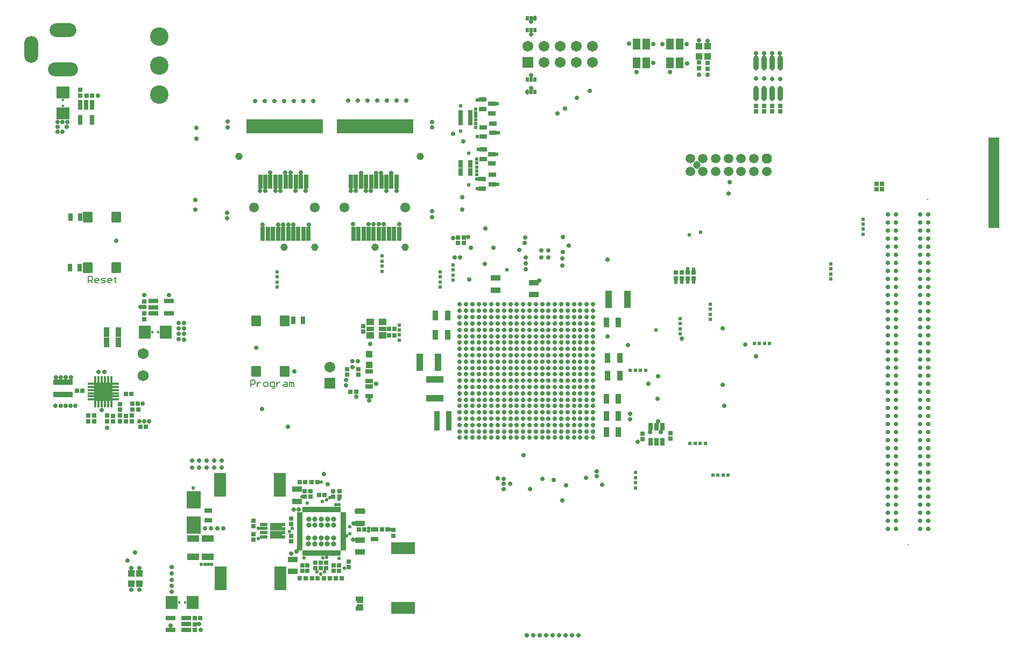
<source format=gbr>
G04 Layer_Color=8388736*
%FSLAX45Y45*%
%MOMM*%
%TF.FileFunction,Soldermask,Top*%
%TF.Part,Single*%
G01*
G75*
%TA.AperFunction,ComponentPad*%
%ADD87C,1.55000*%
%TA.AperFunction,ViaPad*%
%ADD104C,0.71120*%
%TA.AperFunction,NonConductor*%
%ADD132C,0.20320*%
%ADD133R,1.77800X14.24940*%
%TA.AperFunction,BGAPad,CuDef*%
%ADD134C,0.70320*%
%ADD135C,0.73660*%
%TA.AperFunction,SMDPad,CuDef*%
%ADD136R,1.20320X0.80320*%
%ADD137R,0.80320X1.20320*%
%ADD138R,0.62320X0.80320*%
%ADD139O,0.62320X0.80320*%
%ADD140R,0.80320X0.75320*%
%ADD141R,0.80320X1.30320*%
%ADD142R,0.75320X0.80320*%
%ADD143R,1.00320X1.00320*%
G04:AMPARAMS|DCode=144|XSize=1.7532mm|YSize=1.5032mm|CornerRadius=0.1991mm|HoleSize=0mm|Usage=FLASHONLY|Rotation=90.000|XOffset=0mm|YOffset=0mm|HoleType=Round|Shape=RoundedRectangle|*
%AMROUNDEDRECTD144*
21,1,1.75320,1.10500,0,0,90.0*
21,1,1.35500,1.50320,0,0,90.0*
1,1,0.39820,0.55250,0.67750*
1,1,0.39820,0.55250,-0.67750*
1,1,0.39820,-0.55250,-0.67750*
1,1,0.39820,-0.55250,0.67750*
%
%ADD144ROUNDEDRECTD144*%
%ADD145R,0.90320X1.50320*%
%ADD146R,0.70320X2.20320*%
%ADD147R,1.10320X2.80320*%
%ADD148R,1.30320X1.70320*%
%ADD149R,1.20320X1.10320*%
%ADD150R,1.20320X0.70320*%
%ADD151R,1.50320X0.90320*%
%ADD152R,1.90320X1.10320*%
%ADD153R,0.96320X0.60820*%
%ADD154R,1.19320X0.60820*%
%ADD155R,1.92820X1.19320*%
%ADD156O,0.80320X2.40320*%
%ADD157R,3.76320X1.98320*%
%ADD158R,2.20320X2.70320*%
%ADD159R,1.98320X3.76320*%
%ADD160R,2.80320X1.10320*%
%TA.AperFunction,SMDPad,SMDef*%
%ADD161R,0.03740X0.03740*%
%TA.AperFunction,SMDPad,CuDef*%
%ADD162R,0.50320X0.95800*%
%ADD163R,0.95800X0.50320*%
%ADD164R,1.50320X0.75320*%
%ADD165R,1.90320X2.00320*%
%ADD166R,0.45720X0.45720*%
%ADD167R,2.00320X1.90320*%
%ADD168R,0.45720X0.45720*%
%ADD169R,0.75320X1.50320*%
%ADD170R,1.00800X0.45320*%
%ADD171R,0.45320X1.00800*%
%ADD172R,2.90320X1.70320*%
%ADD173R,2.90320X1.25320*%
%TA.AperFunction,ConnectorPad*%
%ADD174R,12.00320X2.20320*%
%TA.AperFunction,ComponentPad*%
%ADD175C,1.20320*%
%ADD176C,1.50320*%
G04:AMPARAMS|DCode=177|XSize=1.5032mm|YSize=1.5032mm|CornerRadius=0mm|HoleSize=0mm|Usage=FLASHONLY|Rotation=180.000|XOffset=0mm|YOffset=0mm|HoleType=Round|Shape=Octagon|*
%AMOCTAGOND177*
4,1,8,-0.75160,0.37580,-0.75160,-0.37580,-0.37580,-0.75160,0.37580,-0.75160,0.75160,-0.37580,0.75160,0.37580,0.37580,0.75160,-0.37580,0.75160,-0.75160,0.37580,0.0*
%
%ADD177OCTAGOND177*%

%ADD178C,1.70320*%
%ADD179C,1.70320*%
%TA.AperFunction,SMDPad,CuDef*%
%ADD180O,2.20320X4.20320*%
%ADD181O,4.20320X2.20320*%
%ADD182O,4.70320X2.20320*%
%TA.AperFunction,ComponentPad*%
%ADD183R,1.70320X1.70320*%
%ADD184C,0.20320*%
%ADD185R,1.70320X1.70320*%
%ADD186C,2.90320*%
%ADD187C,1.72720*%
%ADD188C,1.15320*%
%TA.AperFunction,ViaPad*%
%ADD189C,0.60960*%
%ADD190C,0.58420*%
%ADD191C,0.83820*%
%ADD192C,0.70320*%
D87*
X5657320Y10673839D02*
D03*
X6617320D02*
D03*
X7082320Y10673840D02*
D03*
X8042320D02*
D03*
D104*
X7584440Y7901940D02*
D03*
X5914460Y11226058D02*
D03*
X6154460D02*
D03*
X6234140D02*
D03*
X6394160D02*
D03*
X6314460Y10942320D02*
D03*
X6074460D02*
D03*
X7340620Y11220978D02*
D03*
X7580620D02*
D03*
X7660620D02*
D03*
X7820320D02*
D03*
X7740620Y10937240D02*
D03*
X7500620D02*
D03*
X10000000Y6240000D02*
D03*
X11221720Y8646160D02*
D03*
X10942320Y12514580D02*
D03*
X10741660Y12409170D02*
D03*
X10556240Y12237720D02*
D03*
X10434320Y12156440D02*
D03*
X6819986Y6319987D02*
D03*
X3870000Y9110000D02*
D03*
X7270000Y7700000D02*
D03*
X7470000Y7640000D02*
D03*
X13560001Y8330000D02*
D03*
X13389999Y8520000D02*
D03*
X11220000Y9860000D02*
D03*
X9030000Y10210000D02*
D03*
X10880000Y6420000D02*
D03*
X4010000Y7310000D02*
D03*
X3930000D02*
D03*
X3860000D02*
D03*
X3490000Y10150000D02*
D03*
X4750000Y11760000D02*
D03*
Y11930000D02*
D03*
X4740000Y10800000D02*
D03*
Y10640000D02*
D03*
X8790000Y11840000D02*
D03*
X8950000Y11720000D02*
D03*
X8940000Y10840000D02*
D03*
Y10640000D02*
D03*
X13130000Y10900000D02*
D03*
X13139999Y11080000D02*
D03*
X5690000Y8470000D02*
D03*
X3790000Y5240000D02*
D03*
X7487920Y8526780D02*
D03*
X12203360Y12807880D02*
D03*
X11677580Y12810420D02*
D03*
X12799060Y13304520D02*
D03*
X12664440Y13309599D02*
D03*
X8796020Y10198100D02*
D03*
X9301480Y10350500D02*
D03*
X11544300Y8514080D02*
D03*
X5788660Y7500620D02*
D03*
X3284220Y7716260D02*
D03*
X3286760Y7861040D02*
D03*
X3304540Y8089640D02*
D03*
X3375660Y7718800D02*
D03*
Y7861040D02*
D03*
X3210560Y8087100D02*
D03*
X3348240Y7205980D02*
D03*
X6192520Y7221220D02*
D03*
X6756400Y6474460D02*
D03*
X6290320Y8096260D02*
D03*
X10761980Y3939540D02*
D03*
X10457180D02*
D03*
X9949180D02*
D03*
X10660380D02*
D03*
X10558780D02*
D03*
X10355580D02*
D03*
X10152380D02*
D03*
X10050780D02*
D03*
X10253980D02*
D03*
X3671520Y5116880D02*
D03*
X3858260Y4654600D02*
D03*
X3726180Y4657140D02*
D03*
X7297420Y8257540D02*
D03*
X7211060Y8163560D02*
D03*
Y8257540D02*
D03*
X7104380Y7960360D02*
D03*
Y7871460D02*
D03*
X5240020Y10510520D02*
D03*
X4817860Y4023880D02*
D03*
X3934460Y9298940D02*
D03*
X3205740Y12438120D02*
D03*
X3261360Y7487920D02*
D03*
X8458200Y10525760D02*
D03*
Y10614660D02*
D03*
X8463280Y11943080D02*
D03*
Y12026900D02*
D03*
X5242560Y11940540D02*
D03*
Y12029440D02*
D03*
X5240020Y10591800D02*
D03*
X7137400Y12359640D02*
D03*
X7289800D02*
D03*
X7442200D02*
D03*
X7594600D02*
D03*
X7747000D02*
D03*
X7899400D02*
D03*
X8051800D02*
D03*
X6588760Y12357100D02*
D03*
X6436360D02*
D03*
X6283960D02*
D03*
X6131560D02*
D03*
X5979160D02*
D03*
X5826760D02*
D03*
X5674360D02*
D03*
X6198820Y10408920D02*
D03*
X5798820D02*
D03*
X6038820D02*
D03*
X7221220Y10414000D02*
D03*
X7462780D02*
D03*
X5994460Y10942320D02*
D03*
X7420620Y10937240D02*
D03*
X7260620D02*
D03*
X7900620D02*
D03*
X7180620D02*
D03*
X5834460Y10942320D02*
D03*
X5754460D02*
D03*
X7941220Y10414000D02*
D03*
X7701220D02*
D03*
X7621220D02*
D03*
X7541220Y10413999D02*
D03*
X6518820Y10408920D02*
D03*
X6278820D02*
D03*
X6118820D02*
D03*
X13931900Y13103860D02*
D03*
X13809979D02*
D03*
X13682980D02*
D03*
X13558521D02*
D03*
X3726180Y5000040D02*
D03*
X3858260Y4994960D02*
D03*
X12471400Y12948920D02*
D03*
X12082780Y13248640D02*
D03*
X12463780Y13251180D02*
D03*
X11938000Y12951460D02*
D03*
Y13248640D02*
D03*
X11564620Y13258800D02*
D03*
X12390120Y8610600D02*
D03*
X9898380Y6774180D02*
D03*
X11049000Y6518660D02*
D03*
X10195560Y6403340D02*
D03*
X9588500Y6400800D02*
D03*
X9491980Y6413500D02*
D03*
X11861800Y7899400D02*
D03*
X13032739Y7881620D02*
D03*
Y8775700D02*
D03*
X9588500Y6241580D02*
D03*
Y6322060D02*
D03*
X8906040Y9887420D02*
D03*
X3197860Y7858500D02*
D03*
X3200400Y7716260D02*
D03*
X3909060Y7584180D02*
D03*
X2567940Y12024100D02*
D03*
X2646680Y12026640D02*
D03*
X2722880D02*
D03*
X2567940Y11947900D02*
D03*
X2710000Y11950000D02*
D03*
X2565400Y11871700D02*
D03*
X2649220Y11874240D02*
D03*
X4318620Y9295520D02*
D03*
X2537460Y7553700D02*
D03*
X2618740D02*
D03*
X2697480D02*
D03*
X2773680D02*
D03*
X2849880D02*
D03*
X2542540Y8005820D02*
D03*
X2616200D02*
D03*
X2697480Y8003280D02*
D03*
X2778760Y8000740D02*
D03*
X4686300Y6581140D02*
D03*
X4795520D02*
D03*
X4912360D02*
D03*
X5029200D02*
D03*
X5151120D02*
D03*
Y6690360D02*
D03*
X5029200D02*
D03*
X4912360D02*
D03*
X4795520D02*
D03*
X4686300D02*
D03*
X4889500Y5621020D02*
D03*
X4986020Y5623560D02*
D03*
X5080000Y5621020D02*
D03*
X5179060Y5623560D02*
D03*
X4363720Y4620260D02*
D03*
Y4716780D02*
D03*
Y4810760D02*
D03*
Y4912360D02*
D03*
Y5016500D02*
D03*
X4349780Y4088100D02*
D03*
X4799800Y4119080D02*
D03*
X6289040Y5923280D02*
D03*
X6365240D02*
D03*
X6245860Y5222240D02*
D03*
X6327140Y5257800D02*
D03*
X7221220Y5443220D02*
D03*
X7223760Y5702000D02*
D03*
X10518140Y9974580D02*
D03*
X10515600Y10208260D02*
D03*
X9926320Y10205720D02*
D03*
X9918700Y10116820D02*
D03*
X9936480Y9888220D02*
D03*
Y9702800D02*
D03*
X9834880Y10005060D02*
D03*
X10614660Y10073640D02*
D03*
X8816340Y9888220D02*
D03*
X9290000Y9790000D02*
D03*
X9070000Y10040000D02*
D03*
X9430000D02*
D03*
X9690100Y6327140D02*
D03*
X10375900Y6388100D02*
D03*
X11140440Y6306820D02*
D03*
X10568940Y6301740D02*
D03*
X10507980Y6065520D02*
D03*
X10020759Y12758420D02*
D03*
X10020300Y13403580D02*
D03*
X10018219Y12555220D02*
D03*
X10020300Y13606779D02*
D03*
X10147300Y9530080D02*
D03*
X12021820Y8018780D02*
D03*
X12664440Y12768580D02*
D03*
X12796520Y12766040D02*
D03*
X4559300Y8597640D02*
D03*
Y8686540D02*
D03*
X4561840Y8854180D02*
D03*
X4559300Y8775440D02*
D03*
X4475480Y8600180D02*
D03*
Y8689080D02*
D03*
X4478020Y8854180D02*
D03*
Y8775440D02*
D03*
X6474460Y10942320D02*
D03*
X10513060Y9872980D02*
D03*
X10510520Y9761220D02*
D03*
X9936480Y9799320D02*
D03*
X13936980Y12705080D02*
D03*
X13809979Y12697460D02*
D03*
X13682980Y12710160D02*
D03*
X13555980D02*
D03*
X13056799Y7553640D02*
D03*
X12014200Y7305800D02*
D03*
X12010000Y7660000D02*
D03*
X12060000Y7140000D02*
D03*
X11890000D02*
D03*
X11049000Y6446520D02*
D03*
X11580000Y7340000D02*
D03*
Y7430000D02*
D03*
X9050000Y9540000D02*
D03*
X11700000Y6990000D02*
D03*
D132*
X3053080Y9489440D02*
Y9591007D01*
X3103863D01*
X3120791Y9574079D01*
Y9540223D01*
X3103863Y9523296D01*
X3053080D01*
X3086936D02*
X3120791Y9489440D01*
X3205431D02*
X3171575D01*
X3154647Y9506368D01*
Y9540223D01*
X3171575Y9557151D01*
X3205431D01*
X3222359Y9540223D01*
Y9523296D01*
X3154647D01*
X3256214Y9489440D02*
X3306998D01*
X3323926Y9506368D01*
X3306998Y9523296D01*
X3273142D01*
X3256214Y9540223D01*
X3273142Y9557151D01*
X3323926D01*
X3408565Y9489440D02*
X3374710D01*
X3357782Y9506368D01*
Y9540223D01*
X3374710Y9557151D01*
X3408565D01*
X3425493Y9540223D01*
Y9523296D01*
X3357782D01*
X3476277Y9574079D02*
Y9557151D01*
X3459349D01*
X3493205D01*
X3476277D01*
Y9506368D01*
X3493205Y9489440D01*
X5608320Y7861300D02*
Y7962867D01*
X5659103D01*
X5676031Y7945939D01*
Y7912083D01*
X5659103Y7895156D01*
X5608320D01*
X5709887Y7929011D02*
Y7861300D01*
Y7895156D01*
X5726815Y7912083D01*
X5743743Y7929011D01*
X5760671D01*
X5828382Y7861300D02*
X5862238D01*
X5879166Y7878228D01*
Y7912083D01*
X5862238Y7929011D01*
X5828382D01*
X5811454Y7912083D01*
Y7878228D01*
X5828382Y7861300D01*
X5946877Y7827444D02*
X5963805D01*
X5980733Y7844372D01*
Y7929011D01*
X5929950D01*
X5913022Y7912083D01*
Y7878228D01*
X5929950Y7861300D01*
X5980733D01*
X6014589Y7929011D02*
Y7861300D01*
Y7895156D01*
X6031517Y7912083D01*
X6048445Y7929011D01*
X6065372D01*
X6133084D02*
X6166940D01*
X6183867Y7912083D01*
Y7861300D01*
X6133084D01*
X6116156Y7878228D01*
X6133084Y7895156D01*
X6183867D01*
X6217723Y7861300D02*
Y7929011D01*
X6234651D01*
X6251579Y7912083D01*
Y7861300D01*
Y7912083D01*
X6268507Y7929011D01*
X6285435Y7912083D01*
Y7861300D01*
D133*
X17302480Y11068050D02*
D03*
D134*
X9594100Y9050060D02*
D03*
Y9150060D02*
D03*
Y7050060D02*
D03*
Y7150060D02*
D03*
X8894100Y7550060D02*
D03*
Y7650060D02*
D03*
Y7750060D02*
D03*
Y7850060D02*
D03*
Y7050060D02*
D03*
Y7150060D02*
D03*
Y8050060D02*
D03*
Y8150060D02*
D03*
Y9050060D02*
D03*
Y9150060D02*
D03*
X9394100Y7250060D02*
D03*
X8894100Y8250060D02*
D03*
Y8350060D02*
D03*
Y7250060D02*
D03*
Y7350060D02*
D03*
X9394100Y9050060D02*
D03*
Y9150060D02*
D03*
X8994100Y7450060D02*
D03*
Y7550060D02*
D03*
X8894100Y8550060D02*
D03*
Y8650060D02*
D03*
X8994100Y7050060D02*
D03*
X9194100Y9050060D02*
D03*
Y9150060D02*
D03*
X10994100Y7050060D02*
D03*
X10894100D02*
D03*
X10794100D02*
D03*
X10694100D02*
D03*
X10594100D02*
D03*
X10494100D02*
D03*
X10394100D02*
D03*
X10294100D02*
D03*
X10194100D02*
D03*
X10094100D02*
D03*
X9994100D02*
D03*
X9894100D02*
D03*
X9794100D02*
D03*
X9694100D02*
D03*
X9494100D02*
D03*
X9394100D02*
D03*
X9294100D02*
D03*
X9194100D02*
D03*
X9094100D02*
D03*
X10994100Y7150060D02*
D03*
X10894100D02*
D03*
X10794100D02*
D03*
X10694100D02*
D03*
X10594100D02*
D03*
X10494100D02*
D03*
X10394100D02*
D03*
X10294100D02*
D03*
X10194100D02*
D03*
X10094100D02*
D03*
X9994100D02*
D03*
X9894100D02*
D03*
X9794100D02*
D03*
X9694100D02*
D03*
X9494100D02*
D03*
X9394100D02*
D03*
X9294100D02*
D03*
X9194100D02*
D03*
X9094100D02*
D03*
X8994100D02*
D03*
X10994100Y7250060D02*
D03*
X10894100D02*
D03*
X10794100D02*
D03*
X10694100D02*
D03*
X10594100D02*
D03*
X10494100D02*
D03*
X10394100D02*
D03*
X10294100D02*
D03*
X10194100D02*
D03*
X10094100D02*
D03*
X9994100D02*
D03*
X9894100D02*
D03*
X9794100D02*
D03*
X9694100D02*
D03*
X9594100D02*
D03*
X9494100D02*
D03*
X9294100D02*
D03*
X9194100D02*
D03*
X9094100D02*
D03*
X8994100D02*
D03*
X10994100Y7350060D02*
D03*
X10894100D02*
D03*
X10794100D02*
D03*
X10694100D02*
D03*
X10594100D02*
D03*
X10494100D02*
D03*
X10394100D02*
D03*
X10294100D02*
D03*
X10194100D02*
D03*
X10094100D02*
D03*
X9994100D02*
D03*
X9894100D02*
D03*
X9794100D02*
D03*
X9694100D02*
D03*
X9594100D02*
D03*
X9494100D02*
D03*
X9394100D02*
D03*
X9294100D02*
D03*
X9194100D02*
D03*
X9094100D02*
D03*
X8994100D02*
D03*
X10994100Y7450060D02*
D03*
X10894100D02*
D03*
X10794100D02*
D03*
X10694100D02*
D03*
X10594100D02*
D03*
X10494100D02*
D03*
X10394100D02*
D03*
X10294100D02*
D03*
X10194100D02*
D03*
X10094100D02*
D03*
X9994100D02*
D03*
X9894100D02*
D03*
X9794100D02*
D03*
X9694100D02*
D03*
X9594100D02*
D03*
X9494100D02*
D03*
X9394100D02*
D03*
X9194100D02*
D03*
X9094100D02*
D03*
X8894100D02*
D03*
X10994100Y7550060D02*
D03*
X10894100D02*
D03*
X10794100D02*
D03*
X10694100D02*
D03*
X10594100D02*
D03*
X10494100D02*
D03*
X10394100D02*
D03*
X10294100D02*
D03*
X10194100D02*
D03*
X10094100D02*
D03*
X9994100D02*
D03*
X9894100D02*
D03*
X9794100D02*
D03*
X9694100D02*
D03*
X9594100D02*
D03*
X9494100D02*
D03*
X9294100D02*
D03*
X9194100D02*
D03*
X9094100D02*
D03*
X10994100Y7650060D02*
D03*
X10894100D02*
D03*
X10794100D02*
D03*
X10694100D02*
D03*
X10594100D02*
D03*
X10494100D02*
D03*
X10394100D02*
D03*
X10294100D02*
D03*
X10194100D02*
D03*
X10094100D02*
D03*
X9994100D02*
D03*
X9894100D02*
D03*
X9794100D02*
D03*
X9694100D02*
D03*
X9594100D02*
D03*
X9494100D02*
D03*
X9394100D02*
D03*
X9294100D02*
D03*
X9194100D02*
D03*
X9094100D02*
D03*
X8994100D02*
D03*
X10994100Y7750060D02*
D03*
X10894100D02*
D03*
X10794100D02*
D03*
X10694100D02*
D03*
X10594100D02*
D03*
X10494100D02*
D03*
X10394100D02*
D03*
X10294100D02*
D03*
X10194100D02*
D03*
X10094100D02*
D03*
X9994100D02*
D03*
X9894100D02*
D03*
X9794100D02*
D03*
X9694100D02*
D03*
X9594100D02*
D03*
X9494100D02*
D03*
X9394100D02*
D03*
X9294100D02*
D03*
X9194100D02*
D03*
X9094100D02*
D03*
X8994100D02*
D03*
X10994100Y7850060D02*
D03*
X10894100D02*
D03*
X10794100D02*
D03*
X10694100D02*
D03*
X10594100D02*
D03*
X10494100D02*
D03*
X10394100D02*
D03*
X10294100D02*
D03*
X10194100D02*
D03*
X10094100D02*
D03*
X9994100D02*
D03*
X9894100D02*
D03*
X9794100D02*
D03*
X9694100D02*
D03*
X9594100D02*
D03*
X9494100D02*
D03*
X9394100D02*
D03*
X9294100D02*
D03*
X9194100D02*
D03*
X9094100D02*
D03*
X8994100D02*
D03*
X10994100Y7950060D02*
D03*
X10894100D02*
D03*
X10794100D02*
D03*
X10694100D02*
D03*
X10594100D02*
D03*
X10494100D02*
D03*
X10394100D02*
D03*
X10294100D02*
D03*
X10194100D02*
D03*
X10094100D02*
D03*
X9994100D02*
D03*
X9894100D02*
D03*
X9794100D02*
D03*
X9694100D02*
D03*
X9594100D02*
D03*
X9494100D02*
D03*
X9394100D02*
D03*
X9294100D02*
D03*
X9194100D02*
D03*
X9094100D02*
D03*
X8994100D02*
D03*
X8894100D02*
D03*
X10994100Y8050060D02*
D03*
X10894100D02*
D03*
X10794100D02*
D03*
X10694100D02*
D03*
X10594100D02*
D03*
X10494100D02*
D03*
X10394100D02*
D03*
X10294100D02*
D03*
X10194100D02*
D03*
X10094100D02*
D03*
X9994100D02*
D03*
X9894100D02*
D03*
X9794100D02*
D03*
X9694100D02*
D03*
X9594100D02*
D03*
X9494100D02*
D03*
X9394100D02*
D03*
X9294100D02*
D03*
X9194100D02*
D03*
X9094100D02*
D03*
X8994100D02*
D03*
X10994100Y8150060D02*
D03*
X10894100D02*
D03*
X10794100D02*
D03*
X10694100D02*
D03*
X10594100D02*
D03*
X10494100D02*
D03*
X10394100D02*
D03*
X10294100D02*
D03*
X10194100D02*
D03*
X10094100D02*
D03*
X9994100D02*
D03*
X9894100D02*
D03*
X9794100D02*
D03*
X9694100D02*
D03*
X9594100D02*
D03*
X9494100D02*
D03*
X9394100D02*
D03*
X9294100D02*
D03*
X9194100D02*
D03*
X9094100D02*
D03*
X8994100D02*
D03*
X10994100Y8250060D02*
D03*
X10894100D02*
D03*
X10794100D02*
D03*
X10694100D02*
D03*
X10594100D02*
D03*
X10494100D02*
D03*
X10394100D02*
D03*
X10294100D02*
D03*
X10194100D02*
D03*
X10094100D02*
D03*
X9994100D02*
D03*
X9894100D02*
D03*
X9794100D02*
D03*
X9694100D02*
D03*
X9594100D02*
D03*
X9494100D02*
D03*
X9394100D02*
D03*
X9294100D02*
D03*
X9194100D02*
D03*
X9094100D02*
D03*
X8994100D02*
D03*
X10994100Y8350060D02*
D03*
X10894100D02*
D03*
X10794100D02*
D03*
X10694100D02*
D03*
X10594100D02*
D03*
X10494100D02*
D03*
X10394100D02*
D03*
X10294100D02*
D03*
X10194100D02*
D03*
X10094100D02*
D03*
X9994100D02*
D03*
X9894100D02*
D03*
X9794100D02*
D03*
X9694100D02*
D03*
X9594100D02*
D03*
X9494100D02*
D03*
X9394100D02*
D03*
X9294100D02*
D03*
X9194100D02*
D03*
X9094100D02*
D03*
X8994100D02*
D03*
X10994100Y8450060D02*
D03*
X10894100D02*
D03*
X10794100D02*
D03*
X10694100D02*
D03*
X10594100D02*
D03*
X10494100D02*
D03*
X10394100D02*
D03*
X10294100D02*
D03*
X10194100D02*
D03*
X10094100D02*
D03*
X9994100D02*
D03*
X9894100D02*
D03*
X9794100D02*
D03*
X9694100D02*
D03*
X9594100D02*
D03*
X9494100D02*
D03*
X9394100D02*
D03*
X9294100D02*
D03*
X9194100D02*
D03*
X9094100D02*
D03*
X8994100D02*
D03*
X8894100D02*
D03*
X10994100Y8550060D02*
D03*
X10894100D02*
D03*
X10794100D02*
D03*
X10694100D02*
D03*
X10594100D02*
D03*
X10494100D02*
D03*
X10394100D02*
D03*
X10294100D02*
D03*
X10194100D02*
D03*
X10094100D02*
D03*
X9994100D02*
D03*
X9894100D02*
D03*
X9794100D02*
D03*
X9694100D02*
D03*
X9594100D02*
D03*
X9494100D02*
D03*
X9394100D02*
D03*
X9294100D02*
D03*
X9194100D02*
D03*
X9094100D02*
D03*
X8994100D02*
D03*
X10994100Y8650060D02*
D03*
X10894100D02*
D03*
X10794100D02*
D03*
X10694100D02*
D03*
X10594100D02*
D03*
X10494100D02*
D03*
X10394100D02*
D03*
X10294100D02*
D03*
X10194100D02*
D03*
X10094100D02*
D03*
X9994100D02*
D03*
X9894100D02*
D03*
X9794100D02*
D03*
X9694100D02*
D03*
X9594100D02*
D03*
X9494100D02*
D03*
X9394100D02*
D03*
X9294100D02*
D03*
X9194100D02*
D03*
X9094100D02*
D03*
X8994100D02*
D03*
X10994100Y8750060D02*
D03*
X10894100D02*
D03*
X10794100D02*
D03*
X10694100D02*
D03*
X10594100D02*
D03*
X10494100D02*
D03*
X10394100D02*
D03*
X10294100D02*
D03*
X10194100D02*
D03*
X10094100D02*
D03*
X9994100D02*
D03*
X9894100D02*
D03*
X9794100D02*
D03*
X9694100D02*
D03*
X9594100D02*
D03*
X9494100D02*
D03*
X9394100D02*
D03*
X9294100D02*
D03*
X9194100D02*
D03*
X9094100D02*
D03*
X8994100D02*
D03*
X10994100Y8850060D02*
D03*
X10894100D02*
D03*
X10794100D02*
D03*
X10694100D02*
D03*
X10594100D02*
D03*
X10494100D02*
D03*
X10394100D02*
D03*
X10294100D02*
D03*
X10194100D02*
D03*
X10094100D02*
D03*
X9994100D02*
D03*
X9894100D02*
D03*
X9794100D02*
D03*
X9694100D02*
D03*
X9594100D02*
D03*
X9494100D02*
D03*
X9394100D02*
D03*
X9294100D02*
D03*
X9194100D02*
D03*
X9094100D02*
D03*
X8994100D02*
D03*
X10994100Y8950060D02*
D03*
X10894100D02*
D03*
X10794100D02*
D03*
X10694100D02*
D03*
X10594100D02*
D03*
X10494100D02*
D03*
X10394100D02*
D03*
X10294100D02*
D03*
X10194100D02*
D03*
X10094100D02*
D03*
X9994100D02*
D03*
X9894100D02*
D03*
X9794100D02*
D03*
X9694100D02*
D03*
X9594100D02*
D03*
X9494100D02*
D03*
X9394100D02*
D03*
X9294100D02*
D03*
X9194100D02*
D03*
X9094100D02*
D03*
X8994100D02*
D03*
X8894100D02*
D03*
X10994100Y9050060D02*
D03*
X10894100D02*
D03*
X10794100D02*
D03*
X10694100D02*
D03*
X10594100D02*
D03*
X10494100D02*
D03*
X10394100D02*
D03*
X10294100D02*
D03*
X10194100D02*
D03*
X10094100D02*
D03*
X9994100D02*
D03*
X9894100D02*
D03*
X9794100D02*
D03*
X9694100D02*
D03*
X9494100D02*
D03*
X9294100D02*
D03*
X9094100D02*
D03*
X8994100D02*
D03*
X10994100Y9150060D02*
D03*
X10894100D02*
D03*
X10794100D02*
D03*
X10694100D02*
D03*
X10594100D02*
D03*
X10494100D02*
D03*
X10394100D02*
D03*
X10294100D02*
D03*
X10194100D02*
D03*
X10094100D02*
D03*
X9994100D02*
D03*
X9894100D02*
D03*
X9794100D02*
D03*
X9694100D02*
D03*
X9494100D02*
D03*
X9294100D02*
D03*
X9094100D02*
D03*
X8994100D02*
D03*
X9394100Y7550060D02*
D03*
X9294100Y7450060D02*
D03*
X8894100Y8850060D02*
D03*
Y8750060D02*
D03*
D135*
X15636240Y8531860D02*
D03*
Y8658860D02*
D03*
Y8150860D02*
D03*
Y8277860D02*
D03*
Y9293860D02*
D03*
Y9420860D02*
D03*
Y6626860D02*
D03*
Y6753860D02*
D03*
Y7769860D02*
D03*
Y7896860D02*
D03*
X16271240Y7261860D02*
D03*
Y7388860D02*
D03*
Y7769860D02*
D03*
Y7896860D02*
D03*
X16144240Y8150860D02*
D03*
X15636240Y5864860D02*
D03*
Y5991860D02*
D03*
Y6245860D02*
D03*
Y6372860D02*
D03*
Y10055860D02*
D03*
Y10182860D02*
D03*
X16271240Y10563860D02*
D03*
X16144240D02*
D03*
X15763240D02*
D03*
X15636240D02*
D03*
Y10436860D02*
D03*
X16271240D02*
D03*
X16144240D02*
D03*
X15636240Y10309860D02*
D03*
X16271240D02*
D03*
X16144240D02*
D03*
X15763240Y10182860D02*
D03*
X16271240D02*
D03*
X15763240Y10055860D02*
D03*
X16271240D02*
D03*
X15636240Y9928860D02*
D03*
X16144240D02*
D03*
Y9801860D02*
D03*
X15763240Y9674860D02*
D03*
X16271240D02*
D03*
X16144240D02*
D03*
X15763240Y9547860D02*
D03*
X15636240D02*
D03*
X16271240D02*
D03*
X16144240D02*
D03*
X15763240Y9420860D02*
D03*
X16144240D02*
D03*
X15763240Y9293860D02*
D03*
X16144240D02*
D03*
X15636240Y9166860D02*
D03*
X16271240D02*
D03*
X16144240D02*
D03*
X16271240Y9039860D02*
D03*
X16144240D02*
D03*
X15763240Y8912860D02*
D03*
Y8785860D02*
D03*
X15636240D02*
D03*
X15763240Y8658860D02*
D03*
X16271240D02*
D03*
X16144240D02*
D03*
X15763240Y8531860D02*
D03*
X16271240D02*
D03*
X16144240D02*
D03*
X15763240Y8404860D02*
D03*
X15636240D02*
D03*
X16271240D02*
D03*
X16144240D02*
D03*
X15763240Y8277860D02*
D03*
X16271240D02*
D03*
X16144240D02*
D03*
X15763240Y8150860D02*
D03*
X16271240D02*
D03*
X15763240Y8023860D02*
D03*
X15636240D02*
D03*
X16271240D02*
D03*
X16144240D02*
D03*
X15763240Y7896860D02*
D03*
X16144240D02*
D03*
X15763240Y7769860D02*
D03*
X16144240D02*
D03*
X15763240Y7642860D02*
D03*
X15636240D02*
D03*
X16271240D02*
D03*
X16144240D02*
D03*
X15763240Y7515860D02*
D03*
X16271240D02*
D03*
X16144240D02*
D03*
X15763240Y7388860D02*
D03*
Y7261860D02*
D03*
X15636240D02*
D03*
X15763240Y7134860D02*
D03*
X16271240D02*
D03*
X16144240D02*
D03*
X15763240Y7007860D02*
D03*
X16271240D02*
D03*
X16144240D02*
D03*
X15763240Y6880860D02*
D03*
X15636240D02*
D03*
X16271240D02*
D03*
X16144240D02*
D03*
X15763240Y6753860D02*
D03*
X16271240D02*
D03*
X16144240D02*
D03*
X15763240Y6626860D02*
D03*
X16271240D02*
D03*
X16144240D02*
D03*
X15763240Y6499860D02*
D03*
X15636240D02*
D03*
X16271240D02*
D03*
X16144240D02*
D03*
X15763240Y6372860D02*
D03*
X16271240D02*
D03*
X16144240D02*
D03*
X15763240Y6245860D02*
D03*
X16271240D02*
D03*
X16144240D02*
D03*
X15636240Y6118860D02*
D03*
X16271240D02*
D03*
X16144240D02*
D03*
X16271240Y5991860D02*
D03*
X16144240D02*
D03*
X15763240Y5864860D02*
D03*
X16271240D02*
D03*
X16144240D02*
D03*
X15763240Y5737860D02*
D03*
X15636240D02*
D03*
X16271240D02*
D03*
X16144240D02*
D03*
X15763240Y5610860D02*
D03*
X15636240D02*
D03*
X16271240D02*
D03*
X16144240D02*
D03*
X15636240Y9801860D02*
D03*
Y9674860D02*
D03*
Y9039860D02*
D03*
Y8912860D02*
D03*
Y7515860D02*
D03*
Y7388860D02*
D03*
Y7134860D02*
D03*
Y7007860D02*
D03*
X16144240Y8912860D02*
D03*
Y8785860D02*
D03*
Y7388860D02*
D03*
Y7261860D02*
D03*
X15763240Y10436860D02*
D03*
Y10309860D02*
D03*
X16271240Y9928860D02*
D03*
Y9801860D02*
D03*
X15763240Y9928860D02*
D03*
Y9801860D02*
D03*
X16271240Y8912860D02*
D03*
Y8785860D02*
D03*
Y9293860D02*
D03*
Y9420860D02*
D03*
X15763240Y9166860D02*
D03*
Y9039860D02*
D03*
Y6118860D02*
D03*
Y5991860D02*
D03*
X16144240Y10182860D02*
D03*
Y10055860D02*
D03*
D136*
X9415780Y12002840D02*
D03*
Y11852840D02*
D03*
X9263380Y11941880D02*
D03*
Y11791880D02*
D03*
X9405620Y11370240D02*
D03*
Y11520240D02*
D03*
X9408160Y11195120D02*
D03*
Y11045120D02*
D03*
X9258300Y12228760D02*
D03*
Y12378760D02*
D03*
X9405620Y12162720D02*
D03*
Y12312720D02*
D03*
X7470140Y7946320D02*
D03*
Y8096320D02*
D03*
Y7705020D02*
D03*
Y7855020D02*
D03*
X7322020Y4512380D02*
D03*
Y4362380D02*
D03*
X7555700Y5607120D02*
D03*
Y5457120D02*
D03*
X4942040Y5749220D02*
D03*
Y5899220D02*
D03*
X9253220Y11124000D02*
D03*
Y10974000D02*
D03*
X9265920Y11441360D02*
D03*
Y11591360D02*
D03*
D137*
X9061520Y11363960D02*
D03*
X8911520Y11363960D02*
D03*
X9058980Y12148820D02*
D03*
X8908980D02*
D03*
X2917260Y9725660D02*
D03*
X2767260D02*
D03*
X2774880Y10525760D02*
D03*
X2924880D02*
D03*
X6280080Y8900160D02*
D03*
X6430080D02*
D03*
X9058980Y12029440D02*
D03*
X8908980D02*
D03*
X9061520Y11236960D02*
D03*
X8911520D02*
D03*
D138*
X9957260Y13470120D02*
D03*
X10019260D02*
D03*
X10081260D02*
D03*
X9957260Y13660120D02*
D03*
X10019260D02*
D03*
X10081259Y12691880D02*
D03*
X10019259D02*
D03*
X9957259D02*
D03*
X10081259Y12501880D02*
D03*
X10019259D02*
D03*
D139*
X10081260Y13660120D02*
D03*
X9957259Y12501880D02*
D03*
D140*
X15536501Y10965180D02*
D03*
X15451500D02*
D03*
X15536501Y11051540D02*
D03*
X15451500D02*
D03*
X4726840Y4211320D02*
D03*
X4814540D02*
D03*
X3110980Y12438120D02*
D03*
X3023280D02*
D03*
X3868940Y7223760D02*
D03*
X3956640D02*
D03*
X7780700Y8768080D02*
D03*
X7865700D02*
D03*
X7780700Y8658860D02*
D03*
X7865700D02*
D03*
X7392319Y5606500D02*
D03*
X7307319D02*
D03*
X2877500Y7790000D02*
D03*
X2962500D02*
D03*
X3832180Y7584180D02*
D03*
X3747180D02*
D03*
X3727240Y7741660D02*
D03*
X3642240D02*
D03*
X6660159Y4839420D02*
D03*
X6572459D02*
D03*
X6469659D02*
D03*
X6381959D02*
D03*
X6375920Y6350000D02*
D03*
X6463620D02*
D03*
X6566420Y6347460D02*
D03*
X6654120D02*
D03*
X7036079Y4839420D02*
D03*
X6948379D02*
D03*
X6850659D02*
D03*
X6762959D02*
D03*
X7758380Y5608320D02*
D03*
X7670680D02*
D03*
X6767780Y6149340D02*
D03*
X6680080D02*
D03*
X3834880Y7495280D02*
D03*
X3747180D02*
D03*
X7176020Y7772400D02*
D03*
X7263720D02*
D03*
D141*
X12086699Y7226920D02*
D03*
X11991699D02*
D03*
X11896699D02*
D03*
Y6986920D02*
D03*
X11991699D02*
D03*
X12086699D02*
D03*
D142*
X11770000Y7027500D02*
D03*
Y7115200D02*
D03*
X4728860Y4023880D02*
D03*
Y4111580D02*
D03*
X2926080Y12441180D02*
D03*
Y12528880D02*
D03*
X8958580Y10205200D02*
D03*
Y10117500D02*
D03*
X8872220Y10205200D02*
D03*
Y10117500D02*
D03*
X12393507Y9651480D02*
D03*
Y9563780D02*
D03*
X12578080Y9651480D02*
D03*
Y9563780D02*
D03*
X12485793Y9651480D02*
D03*
Y9563780D02*
D03*
X12301220Y9651480D02*
D03*
Y9563780D02*
D03*
X13555980Y12192520D02*
D03*
Y12280220D02*
D03*
X13682980Y12192520D02*
D03*
Y12280220D02*
D03*
X13936980Y12192520D02*
D03*
Y12280220D02*
D03*
X13809979Y12192520D02*
D03*
Y12280220D02*
D03*
X12664440Y12959720D02*
D03*
Y12872020D02*
D03*
X12796520Y12951579D02*
D03*
Y12863879D02*
D03*
X7381240Y8725580D02*
D03*
Y8810580D02*
D03*
X6501600Y4953680D02*
D03*
Y5038680D02*
D03*
X6239980Y5500960D02*
D03*
Y5415960D02*
D03*
X6546379Y6207800D02*
D03*
Y6122800D02*
D03*
X6242520Y5777820D02*
D03*
Y5692820D02*
D03*
X6915620Y4951140D02*
D03*
Y5036140D02*
D03*
X7150000Y5017500D02*
D03*
Y5102500D02*
D03*
X6904519Y6207801D02*
D03*
Y6122801D02*
D03*
X6709880Y4994320D02*
D03*
Y5079320D02*
D03*
X6793700Y4994320D02*
D03*
Y5079320D02*
D03*
X3439160Y7395540D02*
D03*
Y7310540D02*
D03*
X3553460Y7575880D02*
D03*
Y7490880D02*
D03*
X3642360Y7395540D02*
D03*
Y7310540D02*
D03*
X6417780Y4950980D02*
D03*
Y5038680D02*
D03*
X5647219Y5532320D02*
D03*
Y5444620D02*
D03*
Y5745680D02*
D03*
Y5657980D02*
D03*
X6457479Y6210500D02*
D03*
Y6122800D02*
D03*
X6999440Y4950980D02*
D03*
Y5038680D02*
D03*
X7001980Y6207240D02*
D03*
Y6119540D02*
D03*
X7855420Y5507240D02*
D03*
Y5594940D02*
D03*
X6626060Y5082020D02*
D03*
Y4994320D02*
D03*
X3553460Y7398240D02*
D03*
Y7310540D02*
D03*
X3050540Y7398240D02*
D03*
Y7310540D02*
D03*
X3141980Y7398240D02*
D03*
Y7310540D02*
D03*
X3733800Y7398240D02*
D03*
Y7310540D02*
D03*
X3934460Y9006060D02*
D03*
Y8918360D02*
D03*
Y9199100D02*
D03*
Y9111400D02*
D03*
X3347720Y7398240D02*
D03*
Y7310540D02*
D03*
X7299960Y8132560D02*
D03*
Y8044860D02*
D03*
X7127240Y8132560D02*
D03*
Y8044860D02*
D03*
X12210000Y7037500D02*
D03*
Y7125200D02*
D03*
D143*
X7475220Y8200440D02*
D03*
Y8365440D02*
D03*
X3858260Y4914900D02*
D03*
Y4749900D02*
D03*
X3726180Y4914900D02*
D03*
Y4749900D02*
D03*
X12664440Y13218159D02*
D03*
Y13053160D02*
D03*
X12799060Y13220700D02*
D03*
Y13055701D02*
D03*
D144*
X3041440Y9732020D02*
D03*
Y10527020D02*
D03*
X3491440Y9732020D02*
D03*
Y10527020D02*
D03*
X6143200Y8891260D02*
D03*
Y8096260D02*
D03*
X5693200Y8891260D02*
D03*
Y8096260D02*
D03*
D145*
X8535000Y7240000D02*
D03*
X8725000D02*
D03*
X8725000Y7390000D02*
D03*
X8535000D02*
D03*
X11225000Y8030000D02*
D03*
X11415000D02*
D03*
X11415000Y8310000D02*
D03*
X11225000D02*
D03*
X11205000Y8870000D02*
D03*
X11395000D02*
D03*
X11395000Y7390000D02*
D03*
X11205000D02*
D03*
X11395000Y7660000D02*
D03*
X11205000D02*
D03*
X11395000Y7140000D02*
D03*
X11205000D02*
D03*
X8705000Y8671560D02*
D03*
X8515000D02*
D03*
X8515000Y8980000D02*
D03*
X8705000D02*
D03*
X3336540Y8554460D02*
D03*
X3526540D02*
D03*
X3336540Y8717020D02*
D03*
X3526540D02*
D03*
D146*
X7782320Y10263840D02*
D03*
X7862320D02*
D03*
X5877320Y10263840D02*
D03*
X7302320Y10263840D02*
D03*
X7382320D02*
D03*
X6477320Y11083840D02*
D03*
X6397320D02*
D03*
X6317320D02*
D03*
X6237320D02*
D03*
X6157320D02*
D03*
X6077320D02*
D03*
X5997320D02*
D03*
X5917320D02*
D03*
X5837320D02*
D03*
X5757320D02*
D03*
X5797320Y10263840D02*
D03*
X5957320D02*
D03*
X6037320D02*
D03*
X6117320D02*
D03*
X6197320D02*
D03*
X6277320D02*
D03*
X6357320D02*
D03*
X6437320D02*
D03*
X6517320D02*
D03*
X7902320Y11083840D02*
D03*
X7822320D02*
D03*
X7742320D02*
D03*
X7662320D02*
D03*
X7582320D02*
D03*
X7502320D02*
D03*
X7422320D02*
D03*
X7342320D02*
D03*
X7262320D02*
D03*
X7182320D02*
D03*
X7222320Y10263840D02*
D03*
X7462320D02*
D03*
X7542320D02*
D03*
X7622320D02*
D03*
X7702320D02*
D03*
X7942320D02*
D03*
D147*
X11241820Y9227820D02*
D03*
X11531819D02*
D03*
X8555000Y8240000D02*
D03*
X8265000D02*
D03*
D148*
X12353360Y12951320D02*
D03*
Y13251320D02*
D03*
X12203360D02*
D03*
Y12951320D02*
D03*
X11827580D02*
D03*
Y13251320D02*
D03*
X11677580D02*
D03*
Y12951320D02*
D03*
D149*
X7679440Y8875580D02*
D03*
X7489440D02*
D03*
X7679440Y8660580D02*
D03*
X7489440D02*
D03*
D150*
X7679440Y8768080D02*
D03*
X7489440D02*
D03*
D151*
X6273000Y5131820D02*
D03*
Y4941820D02*
D03*
X7329640Y5436620D02*
D03*
Y5246620D02*
D03*
X6333019Y6047440D02*
D03*
Y6237440D02*
D03*
X7326959Y5702000D02*
D03*
Y5892000D02*
D03*
X9460000Y9375000D02*
D03*
Y9565000D02*
D03*
X10060000Y9495000D02*
D03*
Y9305000D02*
D03*
X2575560Y7733020D02*
D03*
Y7923020D02*
D03*
X2733040Y7733020D02*
D03*
Y7923020D02*
D03*
D152*
X4933479Y5464480D02*
D03*
Y5174480D02*
D03*
X4702339Y5464480D02*
D03*
Y5174480D02*
D03*
D153*
X6109559Y5617680D02*
D03*
Y5554680D02*
D03*
Y5491680D02*
D03*
Y5680680D02*
D03*
D154*
X5811059Y5487180D02*
D03*
Y5553180D02*
D03*
Y5619180D02*
D03*
Y5685180D02*
D03*
D155*
X6010309Y5646930D02*
D03*
X6010259Y5525380D02*
D03*
D156*
X13936980Y12952699D02*
D03*
X13809979D02*
D03*
X13682980D02*
D03*
X13555980D02*
D03*
X13936980Y12472700D02*
D03*
X13809979D02*
D03*
X13682980D02*
D03*
X13555980D02*
D03*
D157*
X8001699Y4369420D02*
D03*
Y5309420D02*
D03*
D158*
X4708360Y5672480D02*
D03*
Y6072480D02*
D03*
D159*
X5128959Y6305000D02*
D03*
X6068959D02*
D03*
X5136579Y4839420D02*
D03*
X6076579D02*
D03*
D160*
X8500000Y7675000D02*
D03*
Y7965000D02*
D03*
D161*
X6721639Y5578560D02*
D03*
D162*
X6996639Y5235300D02*
D03*
X6946639D02*
D03*
X6896639D02*
D03*
X6846639D02*
D03*
X6796639D02*
D03*
X6746639D02*
D03*
X6696639D02*
D03*
X6646639D02*
D03*
X6596639D02*
D03*
X6546639D02*
D03*
X6496639D02*
D03*
X6446639D02*
D03*
Y5921820D02*
D03*
X6496639D02*
D03*
X6546639D02*
D03*
X6596639D02*
D03*
X6646639D02*
D03*
X6696639D02*
D03*
X6746639D02*
D03*
X6796639D02*
D03*
X6846639D02*
D03*
X6896639D02*
D03*
X6946639D02*
D03*
X6996639D02*
D03*
D163*
X6378379Y5303560D02*
D03*
Y5353560D02*
D03*
Y5403560D02*
D03*
Y5453560D02*
D03*
Y5503560D02*
D03*
Y5553560D02*
D03*
Y5603560D02*
D03*
Y5653560D02*
D03*
Y5703560D02*
D03*
Y5753560D02*
D03*
Y5803560D02*
D03*
Y5853560D02*
D03*
X7064899D02*
D03*
Y5803560D02*
D03*
Y5753560D02*
D03*
Y5703560D02*
D03*
Y5653560D02*
D03*
Y5603560D02*
D03*
Y5553560D02*
D03*
Y5503560D02*
D03*
Y5453560D02*
D03*
Y5403560D02*
D03*
Y5353560D02*
D03*
Y5303560D02*
D03*
D164*
X4078620Y9010640D02*
D03*
Y9200640D02*
D03*
Y9105640D02*
D03*
X4318620Y9010640D02*
D03*
Y9200640D02*
D03*
X4589780Y4209800D02*
D03*
Y4019800D02*
D03*
Y4114800D02*
D03*
X4349780Y4209800D02*
D03*
Y4019800D02*
D03*
D165*
X4272180Y8717020D02*
D03*
X3942180D02*
D03*
X4363200Y4452620D02*
D03*
X4693200D02*
D03*
D166*
X4061460Y8717020D02*
D03*
X4152900D02*
D03*
X4573920Y4452620D02*
D03*
X4482480D02*
D03*
D167*
X2654300Y12161360D02*
D03*
Y12491360D02*
D03*
D168*
Y12372080D02*
D03*
Y12280640D02*
D03*
D169*
X2922520Y12296500D02*
D03*
X3112520D02*
D03*
X3017520D02*
D03*
X2922520Y12056500D02*
D03*
X3112520D02*
D03*
D170*
X3481994Y7652220D02*
D03*
Y7702220D02*
D03*
Y7752220D02*
D03*
Y7802220D02*
D03*
Y7852220D02*
D03*
Y7902220D02*
D03*
X3091526D02*
D03*
Y7852220D02*
D03*
Y7802220D02*
D03*
Y7752220D02*
D03*
Y7702220D02*
D03*
Y7652220D02*
D03*
D171*
X3411760Y7972453D02*
D03*
X3361760D02*
D03*
X3311760D02*
D03*
X3261760D02*
D03*
X3211760D02*
D03*
X3161760D02*
D03*
Y7581986D02*
D03*
X3211760D02*
D03*
X3261760D02*
D03*
X3311760D02*
D03*
X3361760D02*
D03*
X3411760D02*
D03*
D172*
X3286760Y7716260D02*
D03*
D173*
Y7861040D02*
D03*
D174*
X7562820Y11953840D02*
D03*
X6137820D02*
D03*
D175*
X12624180Y11348720D02*
D03*
D176*
X12524180Y11248720D02*
D03*
X12724180D02*
D03*
X12924181D02*
D03*
X13124181D02*
D03*
X13324181D02*
D03*
X13524181D02*
D03*
X13724181D02*
D03*
X12524180Y11448720D02*
D03*
X12724180D02*
D03*
X12924181D02*
D03*
X13124181D02*
D03*
X13324181D02*
D03*
X13524181D02*
D03*
D177*
X13724181D02*
D03*
D178*
X2531840Y12851199D02*
D03*
X2781840D02*
D03*
D179*
X2156840Y13271201D02*
D03*
Y13071201D02*
D03*
X2756840Y13471201D02*
D03*
X2556840D02*
D03*
X9969500Y13218159D02*
D03*
X10223500Y12964160D02*
D03*
Y13218159D02*
D03*
X10477500Y12964160D02*
D03*
Y13218159D02*
D03*
X10731500Y12964160D02*
D03*
Y13218159D02*
D03*
X10985500Y12964160D02*
D03*
Y13218159D02*
D03*
X6852920Y8166100D02*
D03*
D180*
X2156840Y13171201D02*
D03*
D181*
X2656840Y13471201D02*
D03*
D182*
Y12851199D02*
D03*
D183*
X9969500Y12964160D02*
D03*
D184*
X16258540Y10806430D02*
D03*
X15953740Y5368290D02*
D03*
D185*
X6852920Y7912100D02*
D03*
D186*
X4165600Y12913361D02*
D03*
Y13373360D02*
D03*
Y12453360D02*
D03*
D187*
X3916680Y8373860D02*
D03*
Y8023860D02*
D03*
D188*
X8042320Y10053840D02*
D03*
X7562320D02*
D03*
X6137320D02*
D03*
X6617320D02*
D03*
X8275320Y11483840D02*
D03*
X5425320D02*
D03*
D189*
X11666220Y6421100D02*
D03*
Y6341100D02*
D03*
X12961639Y6461760D02*
D03*
X13041640D02*
D03*
X13691859Y8531860D02*
D03*
X15247620Y10415260D02*
D03*
Y10335260D02*
D03*
X13611861Y8531860D02*
D03*
X12839973Y9149982D02*
D03*
X12578080Y9502140D02*
D03*
X12485793Y9502140D02*
D03*
X12393507D02*
D03*
X11981180Y8747760D02*
D03*
X12364720Y8928100D02*
D03*
Y8848100D02*
D03*
Y8688100D02*
D03*
X9040000Y11030000D02*
D03*
Y11530000D02*
D03*
X8790940Y9692620D02*
D03*
X7675880Y9833600D02*
D03*
X8790940Y9612620D02*
D03*
X7675880Y9753600D02*
D03*
X8592820Y9583400D02*
D03*
X6027420Y9583416D02*
D03*
X8592820Y9503400D02*
D03*
X6027420Y9503416D02*
D03*
X9151620Y12227560D02*
D03*
Y12170664D02*
D03*
Y12113768D02*
D03*
Y12056872D02*
D03*
Y11999976D02*
D03*
Y11943080D02*
D03*
X9161780Y11440160D02*
D03*
Y11378184D02*
D03*
Y11316208D02*
D03*
Y11254232D02*
D03*
Y11192256D02*
D03*
Y11130280D02*
D03*
X12842239Y9075420D02*
D03*
Y8995420D02*
D03*
X7942580Y8667740D02*
D03*
X14734540Y9629140D02*
D03*
X12680960Y6962140D02*
D03*
X12600960D02*
D03*
X14734540Y9709140D02*
D03*
X9636760Y9692640D02*
D03*
X9189720Y11590020D02*
D03*
X9480620Y11520240D02*
D03*
X9493180Y11045120D02*
D03*
X9169400Y10972800D02*
D03*
X8908980Y12282100D02*
D03*
Y11883320D02*
D03*
X9170600Y11791880D02*
D03*
X9500800Y11852840D02*
D03*
X9484360Y12311380D02*
D03*
X9174480Y12374880D02*
D03*
X7942580Y8587740D02*
D03*
X6027420Y9423416D02*
D03*
X12684760Y10292080D02*
D03*
X12509500Y10248900D02*
D03*
X12485793Y9708727D02*
D03*
X12578080Y9705340D02*
D03*
X12842239Y8915420D02*
D03*
X12301220Y9502140D02*
D03*
X12760960Y6962140D02*
D03*
X13771860Y8531860D02*
D03*
X14734540Y9789140D02*
D03*
X15247620Y10255260D02*
D03*
Y10495260D02*
D03*
X11666220Y6261100D02*
D03*
Y6501100D02*
D03*
X7675881Y9671919D02*
D03*
X7942580Y8827740D02*
D03*
X6027420Y9663416D02*
D03*
X8592820Y9423400D02*
D03*
X8790940Y9772620D02*
D03*
X8592820Y9663400D02*
D03*
X7675881Y9911919D02*
D03*
X12881641Y6461760D02*
D03*
X13121640D02*
D03*
X14734540Y9549140D02*
D03*
X12520960Y6962140D02*
D03*
X11580000Y8110000D02*
D03*
X11820000D02*
D03*
X11740000D02*
D03*
X11660000D02*
D03*
X12364720Y8768100D02*
D03*
X13531860Y8531860D02*
D03*
X8790940Y9532620D02*
D03*
X7942580Y8747740D02*
D03*
D190*
X7169986Y5539989D02*
D03*
X7117080Y5504180D02*
D03*
X7169986Y5649989D02*
D03*
X6799986Y5169990D02*
D03*
X6258812Y5621020D02*
D03*
X4830000Y5060000D02*
D03*
X7085800Y4995800D02*
D03*
X6850000Y6110000D02*
D03*
X6410000Y6120000D02*
D03*
X7000000Y6080000D02*
D03*
X6996639Y5996639D02*
D03*
X6946639D02*
D03*
X7806360Y5608320D02*
D03*
X7466800Y5626100D02*
D03*
Y5580380D02*
D03*
X7375360Y5242560D02*
D03*
X7329640D02*
D03*
X7283920D02*
D03*
X6714890Y6347460D02*
D03*
X5725510Y5462150D02*
D03*
X5726200Y5619180D02*
D03*
X6222200Y5572760D02*
D03*
X6707340Y4904740D02*
D03*
X6770840Y4937760D02*
D03*
X6646380D02*
D03*
X6371120Y6350000D02*
D03*
X4703280Y6258560D02*
D03*
X6374600Y4841240D02*
D03*
Y6238240D02*
D03*
X6333019Y6237440D02*
D03*
X6290780Y6238240D02*
D03*
X6493980Y6019800D02*
D03*
X6737020Y6045200D02*
D03*
X6501600Y5046180D02*
D03*
X6308560Y4942840D02*
D03*
X6265380D02*
D03*
X6222200D02*
D03*
X6417780Y5046980D02*
D03*
X6918160Y5041900D02*
D03*
X6996900Y5046980D02*
D03*
X6547320Y6114580D02*
D03*
X6996900Y5145240D02*
D03*
X6445720Y5161280D02*
D03*
X7268680Y5887720D02*
D03*
X7326959Y5892000D02*
D03*
X7390600Y5885180D02*
D03*
X7040080Y4838700D02*
D03*
X6742900Y5156200D02*
D03*
X4890000Y5060000D02*
D03*
X4940000D02*
D03*
X4990000D02*
D03*
X6800000Y6070000D02*
D03*
X7300000Y4470000D02*
D03*
X7350000D02*
D03*
X7300000Y4400000D02*
D03*
X7350000D02*
D03*
D191*
X6911810Y5377180D02*
D03*
X6714960D02*
D03*
X6518110D02*
D03*
X6616535D02*
D03*
X6813385D02*
D03*
X6911810Y5473700D02*
D03*
X6714960D02*
D03*
X6518110D02*
D03*
X6616535D02*
D03*
X6813385D02*
D03*
X6914350Y5671820D02*
D03*
X6520650D02*
D03*
X6619075D02*
D03*
X6815925D02*
D03*
X6914350Y5768340D02*
D03*
X6520650D02*
D03*
X6619075D02*
D03*
X6816560D02*
D03*
X6717500D02*
D03*
X6714960Y5671820D02*
D03*
D192*
X10289120Y10003660D02*
D03*
Y9893660D02*
D03*
X10179120D02*
D03*
Y10003660D02*
D03*
%TF.MD5,2c3cba1fa2b02fe49466c671e55893e8*%
M02*

</source>
